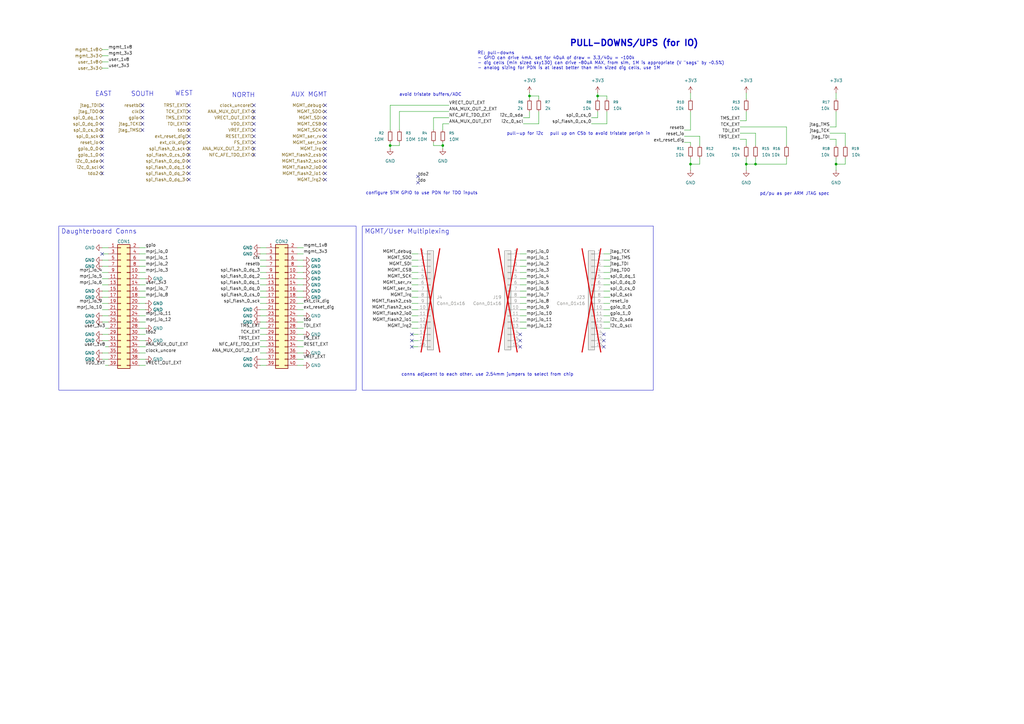
<source format=kicad_sch>
(kicad_sch (version 20250114) (generator "eeschema") (generator_version "9.0")
  (paper "A3")
  (lib_symbols
    (symbol "Connector_Generic:Conn_01x16" (pin_names (offset 1.016) (hide yes))
      (property "Reference" "J" (at 0 20.32 0))
      (property "Value" "Conn_01x16" (at 0 -22.86 0))
      (symbol "Conn_01x16_1_1"
        (rectangle (start -1.27 19.05) (end 1.27 -21.59) (stroke (width 0.254)) (fill (type background)))
        (rectangle (start -1.27 17.907) (end 0 17.653) (stroke (width 0.1524)))
        (rectangle (start -1.27 15.367) (end 0 15.113) (stroke (width 0.1524)))
        (rectangle (start -1.27 12.827) (end 0 12.573) (stroke (width 0.1524)))
        (rectangle (start -1.27 10.287) (end 0 10.033) (stroke (width 0.1524)))
        (rectangle (start -1.27 7.747) (end 0 7.493) (stroke (width 0.1524)))
        (rectangle (start -1.27 5.207) (end 0 4.953) (stroke (width 0.1524)))
        (rectangle (start -1.27 2.667) (end 0 2.413) (stroke (width 0.1524)))
        (rectangle (start -1.27 0.127) (end 0 -0.127) (stroke (width 0.1524)))
        (rectangle (start -1.27 -2.413) (end 0 -2.667) (stroke (width 0.1524)))
        (rectangle (start -1.27 -4.953) (end 0 -5.207) (stroke (width 0.1524)))
        (rectangle (start -1.27 -7.493) (end 0 -7.747) (stroke (width 0.1524)))
        (rectangle (start -1.27 -10.033) (end 0 -10.287) (stroke (width 0.1524)))
        (rectangle (start -1.27 -12.573) (end 0 -12.827) (stroke (width 0.1524)))
        (rectangle (start -1.27 -15.113) (end 0 -15.367) (stroke (width 0.1524)))
        (rectangle (start -1.27 -17.653) (end 0 -17.907) (stroke (width 0.1524)))
        (rectangle (start -1.27 -20.193) (end 0 -20.447) (stroke (width 0.1524)))
        (pin passive line (at -5.08 17.78 0) (length 3.81) (name "Pin_1") (number "1"))
        (pin passive line (at -5.08 15.24 0) (length 3.81) (name "Pin_2") (number "2"))
        (pin passive line (at -5.08 12.7 0) (length 3.81) (name "Pin_3") (number "3"))
        (pin passive line (at -5.08 10.16 0) (length 3.81) (name "Pin_4") (number "4"))
        (pin passive line (at -5.08 7.62 0) (length 3.81) (name "Pin_5") (number "5"))
        (pin passive line (at -5.08 5.08 0) (length 3.81) (name "Pin_6") (number "6"))
        (pin passive line (at -5.08 2.54 0) (length 3.81) (name "Pin_7") (number "7"))
        (pin passive line (at -5.08 0 0) (length 3.81) (name "Pin_8") (number "8"))
        (pin passive line (at -5.08 -2.54 0) (length 3.81) (name "Pin_9") (number "9"))
        (pin passive line (at -5.08 -5.08 0) (length 3.81) (name "Pin_10") (number "10"))
        (pin passive line (at -5.08 -7.62 0) (length 3.81) (name "Pin_11") (number "11"))
        (pin passive line (at -5.08 -10.16 0) (length 3.81) (name "Pin_12") (number "12"))
        (pin passive line (at -5.08 -12.7 0) (length 3.81) (name "Pin_13") (number "13"))
        (pin passive line (at -5.08 -15.24 0) (length 3.81) (name "Pin_14") (number "14"))
        (pin passive line (at -5.08 -17.78 0) (length 3.81) (name "Pin_15") (number "15"))
        (pin passive line (at -5.08 -20.32 0) (length 3.81) (name "Pin_16") (number "16"))
      )
    )
    (symbol "Connector_Generic:Conn_02x20_Odd_Even" (pin_names (offset 1.016) (hide yes))
      (property "Reference" "J" (at 1.27 25.4 0))
      (property "Value" "Conn_02x20_Odd_Even" (at 1.27 -27.94 0))
      (symbol "Conn_02x20_Odd_Even_1_1"
        (rectangle (start -1.27 24.13) (end 3.81 -26.67) (stroke (width 0.254)) (fill (type background)))
        (rectangle (start -1.27 22.987) (end 0 22.733) (stroke (width 0.1524)))
        (rectangle (start -1.27 20.447) (end 0 20.193) (stroke (width 0.1524)))
        (rectangle (start -1.27 17.907) (end 0 17.653) (stroke (width 0.1524)))
        (rectangle (start -1.27 15.367) (end 0 15.113) (stroke (width 0.1524)))
        (rectangle (start -1.27 12.827) (end 0 12.573) (stroke (width 0.1524)))
        (rectangle (start -1.27 10.287) (end 0 10.033) (stroke (width 0.1524)))
        (rectangle (start -1.27 7.747) (end 0 7.493) (stroke (width 0.1524)))
        (rectangle (start -1.27 5.207) (end 0 4.953) (stroke (width 0.1524)))
        (rectangle (start -1.27 2.667) (end 0 2.413) (stroke (width 0.1524)))
        (rectangle (start -1.27 0.127) (end 0 -0.127) (stroke (width 0.1524)))
        (rectangle (start -1.27 -2.413) (end 0 -2.667) (stroke (width 0.1524)))
        (rectangle (start -1.27 -4.953) (end 0 -5.207) (stroke (width 0.1524)))
        (rectangle (start -1.27 -7.493) (end 0 -7.747) (stroke (width 0.1524)))
        (rectangle (start -1.27 -10.033) (end 0 -10.287) (stroke (width 0.1524)))
        (rectangle (start -1.27 -12.573) (end 0 -12.827) (stroke (width 0.1524)))
        (rectangle (start -1.27 -15.113) (end 0 -15.367) (stroke (width 0.1524)))
        (rectangle (start -1.27 -17.653) (end 0 -17.907) (stroke (width 0.1524)))
        (rectangle (start -1.27 -20.193) (end 0 -20.447) (stroke (width 0.1524)))
        (rectangle (start -1.27 -22.733) (end 0 -22.987) (stroke (width 0.1524)))
        (rectangle (start -1.27 -25.273) (end 0 -25.527) (stroke (width 0.1524)))
        (rectangle (start 3.81 22.987) (end 2.54 22.733) (stroke (width 0.1524)))
        (rectangle (start 3.81 20.447) (end 2.54 20.193) (stroke (width 0.1524)))
        (rectangle (start 3.81 17.907) (end 2.54 17.653) (stroke (width 0.1524)))
        (rectangle (start 3.81 15.367) (end 2.54 15.113) (stroke (width 0.1524)))
        (rectangle (start 3.81 12.827) (end 2.54 12.573) (stroke (width 0.1524)))
        (rectangle (start 3.81 10.287) (end 2.54 10.033) (stroke (width 0.1524)))
        (rectangle (start 3.81 7.747) (end 2.54 7.493) (stroke (width 0.1524)))
        (rectangle (start 3.81 5.207) (end 2.54 4.953) (stroke (width 0.1524)))
        (rectangle (start 3.81 2.667) (end 2.54 2.413) (stroke (width 0.1524)))
        (rectangle (start 3.81 0.127) (end 2.54 -0.127) (stroke (width 0.1524)))
        (rectangle (start 3.81 -2.413) (end 2.54 -2.667) (stroke (width 0.1524)))
        (rectangle (start 3.81 -4.953) (end 2.54 -5.207) (stroke (width 0.1524)))
        (rectangle (start 3.81 -7.493) (end 2.54 -7.747) (stroke (width 0.1524)))
        (rectangle (start 3.81 -10.033) (end 2.54 -10.287) (stroke (width 0.1524)))
        (rectangle (start 3.81 -12.573) (end 2.54 -12.827) (stroke (width 0.1524)))
        (rectangle (start 3.81 -15.113) (end 2.54 -15.367) (stroke (width 0.1524)))
        (rectangle (start 3.81 -17.653) (end 2.54 -17.907) (stroke (width 0.1524)))
        (rectangle (start 3.81 -20.193) (end 2.54 -20.447) (stroke (width 0.1524)))
        (rectangle (start 3.81 -22.733) (end 2.54 -22.987) (stroke (width 0.1524)))
        (rectangle (start 3.81 -25.273) (end 2.54 -25.527) (stroke (width 0.1524)))
        (pin passive line (at -5.08 22.86 0) (length 3.81) (name "Pin_1") (number "1"))
        (pin passive line (at -5.08 20.32 0) (length 3.81) (name "Pin_3") (number "3"))
        (pin passive line (at -5.08 17.78 0) (length 3.81) (name "Pin_5") (number "5"))
        (pin passive line (at -5.08 15.24 0) (length 3.81) (name "Pin_7") (number "7"))
        (pin passive line (at -5.08 12.7 0) (length 3.81) (name "Pin_9") (number "9"))
        (pin passive line (at -5.08 10.16 0) (length 3.81) (name "Pin_11") (number "11"))
        (pin passive line (at -5.08 7.62 0) (length 3.81) (name "Pin_13") (number "13"))
        (pin passive line (at -5.08 5.08 0) (length 3.81) (name "Pin_15") (number "15"))
        (pin passive line (at -5.08 2.54 0) (length 3.81) (name "Pin_17") (number "17"))
        (pin passive line (at -5.08 0 0) (length 3.81) (name "Pin_19") (number "19"))
        (pin passive line (at -5.08 -2.54 0) (length 3.81) (name "Pin_21") (number "21"))
        (pin passive line (at -5.08 -5.08 0) (length 3.81) (name "Pin_23") (number "23"))
        (pin passive line (at -5.08 -7.62 0) (length 3.81) (name "Pin_25") (number "25"))
        (pin passive line (at -5.08 -10.16 0) (length 3.81) (name "Pin_27") (number "27"))
        (pin passive line (at -5.08 -12.7 0) (length 3.81) (name "Pin_29") (number "29"))
        (pin passive line (at -5.08 -15.24 0) (length 3.81) (name "Pin_31") (number "31"))
        (pin passive line (at -5.08 -17.78 0) (length 3.81) (name "Pin_33") (number "33"))
        (pin passive line (at -5.08 -20.32 0) (length 3.81) (name "Pin_35") (number "35"))
        (pin passive line (at -5.08 -22.86 0) (length 3.81) (name "Pin_37") (number "37"))
        (pin passive line (at -5.08 -25.4 0) (length 3.81) (name "Pin_39") (number "39"))
        (pin passive line (at 7.62 22.86 180) (length 3.81) (name "Pin_2") (number "2"))
        (pin passive line (at 7.62 20.32 180) (length 3.81) (name "Pin_4") (number "4"))
        (pin passive line (at 7.62 17.78 180) (length 3.81) (name "Pin_6") (number "6"))
        (pin passive line (at 7.62 15.24 180) (length 3.81) (name "Pin_8") (number "8"))
        (pin passive line (at 7.62 12.7 180) (length 3.81) (name "Pin_10") (number "10"))
        (pin passive line (at 7.62 10.16 180) (length 3.81) (name "Pin_12") (number "12"))
        (pin passive line (at 7.62 7.62 180) (length 3.81) (name "Pin_14") (number "14"))
        (pin passive line (at 7.62 5.08 180) (length 3.81) (name "Pin_16") (number "16"))
        (pin passive line (at 7.62 2.54 180) (length 3.81) (name "Pin_18") (number "18"))
        (pin passive line (at 7.62 0 180) (length 3.81) (name "Pin_20") (number "20"))
        (pin passive line (at 7.62 -2.54 180) (length 3.81) (name "Pin_22") (number "22"))
        (pin passive line (at 7.62 -5.08 180) (length 3.81) (name "Pin_24") (number "24"))
        (pin passive line (at 7.62 -7.62 180) (length 3.81) (name "Pin_26") (number "26"))
        (pin passive line (at 7.62 -10.16 180) (length 3.81) (name "Pin_28") (number "28"))
        (pin passive line (at 7.62 -12.7 180) (length 3.81) (name "Pin_30") (number "30"))
        (pin passive line (at 7.62 -15.24 180) (length 3.81) (name "Pin_32") (number "32"))
        (pin passive line (at 7.62 -17.78 180) (length 3.81) (name "Pin_34") (number "34"))
        (pin passive line (at 7.62 -20.32 180) (length 3.81) (name "Pin_36") (number "36"))
        (pin passive line (at 7.62 -22.86 180) (length 3.81) (name "Pin_38") (number "38"))
        (pin passive line (at 7.62 -25.4 180) (length 3.81) (name "Pin_40") (number "40"))
      )
    )
    (symbol "Device:R_Small" (pin_numbers (hide yes)) (pin_names (offset 0.254) (hide yes))
      (property "Reference" "R" (at 0 0 90))
      (property "Value" "R_Small" (at 1.778 0 90))
      (symbol "R_Small_0_1"
        (rectangle (start -0.762 1.778) (end 0.762 -1.778) (stroke (width 0.2032)))
      )
      (symbol "R_Small_1_1"
        (pin passive line (at 0 2.54 270) (length 0.762) (name "~") (number "1"))
        (pin passive line (at 0 -2.54 90) (length 0.762) (name "~") (number "2"))
      )
    )
    (symbol "power:+3V3" (power) (pin_numbers (hide yes)) (pin_names (offset 0) (hide yes))
      (property "Value" "+3V3" (at 0 3.556 0))
      (symbol "+3V3_0_1"
        (polyline (pts (xy -0.762 1.27) (xy 0 2.54)))
        (polyline (pts (xy 0 2.54) (xy 0.762 1.27)))
        (polyline (pts (xy 0 0) (xy 0 2.54)))
      )
      (symbol "+3V3_1_1"
        (pin power_in line (at 0 0 90) (length 0) (name "~") (number "1"))
      )
    )
    (symbol "power:GND" (power) (pin_numbers (hide yes)) (pin_names (offset 0) (hide yes))
      (property "Value" "GND" (at 0 -3.81 0))
      (symbol "GND_0_1"
        (polyline (pts (xy 0 0) (xy 0 -1.27) (xy 1.27 -1.27) (xy 0 -2.54) (xy -1.27 -1.27) (xy 0 -1.27)))
      )
      (symbol "GND_1_1"
        (pin power_in line (at 0 0 270) (length 0) (name "~") (number "1"))
      )
    )
  )
  (text "pull-up for i2c" (at 215.392 54.864 0) (effects (font (size 1.27 1.27))))
  (text "SOUTH" (at 58.42 38.608 0) (effects (font (size 1.905 1.905))))
  (text "avoid tristate buffers/ADC" (at 176.53 38.862 0) (effects (font (size 1.27 1.27))))
  (text "EAST" (at 42.418 38.608 0) (effects (font (size 1.905 1.905))))
  (text "pull up on CSb to avoid tristate periph in" (at 246.126 54.864 0) (effects (font (size 1.27 1.27))))
  (text "AUX MGMT" (at 126.746 38.862 0) (effects (font (size 1.905 1.905))))
  (text "pd/pu as per ARM JTAG spec" (at 325.882 79.502 0) (effects (font (size 1.27 1.27))))
  (text "WEST" (at 75.438 38.354 0) (effects (font (size 1.905 1.905))))
  (text "PULL-DOWNS/UPS (for IO)" (at 260.096 17.78 0) (effects (font (size 2.54 2.54) (thickness 0.508) (bold yes))))
  (text "conns adjacent to each other. use 2.54mm jumpers to select from chip" (at 199.898 153.67 0) (effects (font (size 1.27 1.27))))
  (text "configure STM GPIO to use PDN for TDO inputs" (at 172.974 79.248 0) (effects (font (size 1.27 1.27))))
  (text "NORTH" (at 99.822 39.116 0) (effects (font (size 1.905 1.905))))
  (text "RE: pull-downs\n- GPIO can drive 4mA. set for 40uA of draw = 3.3/40u = ~100k\n- dig cells (min sized sky130) can drive ~80uA MAX, from sim, 1M is appropriate (V \"sags\" by ~0.5%)\n- analog sizing for PDN is at least better than min sized dig cells, use 1M" (at 195.834 24.892 0) (effects (font (size 1.27 1.27)) (justify left)))
  (text_box "Daughterboard Conns" (at 24.13 92.71 0) (size 121.92 67.31) (margins 0.9525 0.9525 0.9525 0.9525) (effects (font (size 1.905 1.905)) (justify left top)))
  (text_box "MGMT/User Multiplexing" (at 148.59 92.71 0) (size 119.38 67.31) (margins 0.9525 0.9525 0.9525 0.9525) (effects (font (size 1.905 1.905)) (justify left top)))
  (junction (at 245.11 39.37))
  (junction (at 283.21 67.31))
  (junction (at 342.9 67.31))
  (junction (at 181.61 59.69))
  (junction (at 160.02 59.69))
  (junction (at 217.17 39.37))
  (junction (at 306.07 67.31))
  (junction (at 309.88 67.31))
  (no_connect (at 104.14 55.88))
  (no_connect (at 41.91 43.18))
  (no_connect (at 41.91 48.26))
  (no_connect (at 58.42 43.18))
  (no_connect (at 168.91 142.24))
  (no_connect (at 77.47 68.58))
  (no_connect (at 133.35 50.8))
  (no_connect (at 77.47 71.12))
  (no_connect (at 77.47 58.42))
  (no_connect (at 133.35 58.42))
  (no_connect (at 247.65 139.7))
  (no_connect (at 133.35 48.26))
  (no_connect (at 41.91 63.5))
  (no_connect (at 104.14 48.26))
  (no_connect (at 41.91 55.88))
  (no_connect (at 77.47 73.66))
  (no_connect (at 41.91 50.8))
  (no_connect (at 213.36 142.24))
  (no_connect (at 104.14 63.5))
  (no_connect (at 77.47 60.96))
  (no_connect (at 77.47 50.8))
  (no_connect (at 58.42 48.26))
  (no_connect (at 41.91 71.12))
  (no_connect (at 104.14 53.34))
  (no_connect (at 41.91 45.72))
  (no_connect (at 104.14 60.96))
  (no_connect (at 77.47 45.72))
  (no_connect (at 77.47 66.04))
  (no_connect (at 171.45 72.39))
  (no_connect (at 104.14 45.72))
  (no_connect (at 41.91 53.34))
  (no_connect (at 41.91 68.58))
  (no_connect (at 77.47 55.88))
  (no_connect (at 58.42 50.8))
  (no_connect (at 133.35 60.96))
  (no_connect (at 41.91 104.14))
  (no_connect (at 104.14 58.42))
  (no_connect (at 247.65 142.24))
  (no_connect (at 133.35 66.04))
  (no_connect (at 77.47 43.18))
  (no_connect (at 133.35 45.72))
  (no_connect (at 77.47 48.26))
  (no_connect (at 247.65 137.16))
  (no_connect (at 133.35 53.34))
  (no_connect (at 104.14 50.8))
  (no_connect (at 41.91 58.42))
  (no_connect (at 168.91 139.7))
  (no_connect (at 133.35 73.66))
  (no_connect (at 168.91 137.16))
  (no_connect (at 104.14 43.18))
  (no_connect (at 58.42 53.34))
  (no_connect (at 77.47 53.34))
  (no_connect (at 133.35 63.5))
  (no_connect (at 41.91 60.96))
  (no_connect (at 41.91 66.04))
  (no_connect (at 133.35 43.18))
  (no_connect (at 58.42 45.72))
  (no_connect (at 77.47 63.5))
  (no_connect (at 133.35 68.58))
  (no_connect (at 171.45 74.93))
  (no_connect (at 133.35 71.12))
  (no_connect (at 133.35 55.88))
  (no_connect (at 213.36 137.16))
  (no_connect (at 213.36 139.7))
  (wire (pts (xy 242.57 50.8) (xy 248.92 50.8)))
  (wire (pts (xy 280.67 58.42) (xy 283.21 58.42)))
  (wire (pts (xy 160.02 43.18) (xy 160.02 53.34)))
  (wire (pts (xy 303.53 49.53) (xy 306.07 49.53)))
  (wire (pts (xy 160.02 58.42) (xy 160.02 59.69)))
  (wire (pts (xy 303.53 52.07) (xy 322.58 52.07)))
  (wire (pts (xy 217.17 40.64) (xy 217.17 39.37)))
  (wire (pts (xy 106.68 114.3) (xy 109.22 114.3)))
  (wire (pts (xy 41.91 106.68) (xy 44.45 106.68)))
  (wire (pts (xy 57.15 144.78) (xy 59.69 144.78)))
  (wire (pts (xy 124.46 134.62) (xy 121.92 134.62)))
  (wire (pts (xy 287.02 59.69) (xy 287.02 55.88)))
  (wire (pts (xy 163.83 59.69) (xy 163.83 58.42)))
  (wire (pts (xy 163.83 53.34) (xy 163.83 45.72)))
  (wire (pts (xy 57.15 132.08) (xy 59.69 132.08)))
  (wire (pts (xy 106.68 119.38) (xy 109.22 119.38)))
  (wire (pts (xy 214.63 50.8) (xy 220.98 50.8)))
  (wire (pts (xy 171.45 106.68) (xy 168.91 106.68)))
  (wire (pts (xy 220.98 39.37) (xy 220.98 40.64)))
  (wire (pts (xy 245.11 40.64) (xy 245.11 39.37)))
  (wire (pts (xy 121.92 116.84) (xy 124.46 116.84)))
  (wire (pts (xy 184.15 43.18) (xy 160.02 43.18)))
  (wire (pts (xy 247.65 134.62) (xy 250.19 134.62)))
  (wire (pts (xy 41.91 139.7) (xy 44.45 139.7)))
  (wire (pts (xy 213.36 116.84) (xy 215.9 116.84)))
  (wire (pts (xy 342.9 59.69) (xy 342.9 57.15)))
  (wire (pts (xy 41.91 101.6) (xy 44.45 101.6)))
  (wire (pts (xy 121.92 106.68) (xy 124.46 106.68)))
  (wire (pts (xy 106.68 121.92) (xy 109.22 121.92)))
  (wire (pts (xy 121.92 124.46) (xy 124.46 124.46)))
  (wire (pts (xy 177.8 48.26) (xy 184.15 48.26)))
  (wire (pts (xy 213.36 134.62) (xy 215.9 134.62)))
  (wire (pts (xy 43.18 149.86) (xy 44.45 149.86)))
  (wire (pts (xy 342.9 67.31) (xy 346.71 67.31)))
  (wire (pts (xy 245.11 38.1) (xy 245.11 39.37)))
  (wire (pts (xy 41.91 132.08) (xy 44.45 132.08)))
  (wire (pts (xy 247.65 116.84) (xy 250.19 116.84)))
  (wire (pts (xy 213.36 111.76) (xy 215.9 111.76)))
  (wire (pts (xy 124.46 139.7) (xy 121.92 139.7)))
  (wire (pts (xy 57.15 149.86) (xy 59.69 149.86)))
  (wire (pts (xy 171.45 139.7) (xy 168.91 139.7)))
  (wire (pts (xy 309.88 67.31) (xy 322.58 67.31)))
  (wire (pts (xy 57.15 129.54) (xy 59.69 129.54)))
  (wire (pts (xy 124.46 132.08) (xy 121.92 132.08)))
  (wire (pts (xy 340.36 52.07) (xy 342.9 52.07)))
  (wire (pts (xy 41.91 137.16) (xy 44.45 137.16)))
  (wire (pts (xy 124.46 142.24) (xy 121.92 142.24)))
  (wire (pts (xy 171.45 127) (xy 168.91 127)))
  (wire (pts (xy 171.45 109.22) (xy 168.91 109.22)))
  (wire (pts (xy 213.36 132.08) (xy 215.9 132.08)))
  (wire (pts (xy 177.8 53.34) (xy 177.8 48.26)))
  (wire (pts (xy 181.61 59.69) (xy 181.61 60.96)))
  (wire (pts (xy 342.9 45.72) (xy 342.9 52.07)))
  (wire (pts (xy 283.21 58.42) (xy 283.21 59.69)))
  (wire (pts (xy 346.71 64.77) (xy 346.71 67.31)))
  (wire (pts (xy 121.92 137.16) (xy 124.46 137.16)))
  (wire (pts (xy 171.45 121.92) (xy 168.91 121.92)))
  (wire (pts (xy 57.15 119.38) (xy 59.69 119.38)))
  (wire (pts (xy 247.65 119.38) (xy 250.19 119.38)))
  (wire (pts (xy 106.68 124.46) (xy 109.22 124.46)))
  (wire (pts (xy 121.92 101.6) (xy 124.46 101.6)))
  (wire (pts (xy 106.68 106.68) (xy 109.22 106.68)))
  (wire (pts (xy 247.65 129.54) (xy 250.19 129.54)))
  (wire (pts (xy 283.21 53.34) (xy 280.67 53.34)))
  (wire (pts (xy 287.02 55.88) (xy 280.67 55.88)))
  (wire (pts (xy 124.46 147.32) (xy 121.92 147.32)))
  (wire (pts (xy 106.68 129.54) (xy 109.22 129.54)))
  (wire (pts (xy 283.21 64.77) (xy 283.21 67.31)))
  (wire (pts (xy 41.91 144.78) (xy 44.45 144.78)))
  (wire (pts (xy 41.91 114.3) (xy 44.45 114.3)))
  (wire (pts (xy 121.92 119.38) (xy 124.46 119.38)))
  (wire (pts (xy 248.92 50.8) (xy 248.92 45.72)))
  (wire (pts (xy 106.68 109.22) (xy 109.22 109.22)))
  (wire (pts (xy 41.91 129.54) (xy 44.45 129.54)))
  (wire (pts (xy 41.91 20.32) (xy 44.45 20.32)))
  (wire (pts (xy 41.91 147.32) (xy 44.45 147.32)))
  (wire (pts (xy 121.92 111.76) (xy 124.46 111.76)))
  (wire (pts (xy 160.02 59.69) (xy 163.83 59.69)))
  (wire (pts (xy 242.57 48.26) (xy 245.11 48.26)))
  (wire (pts (xy 121.92 104.14) (xy 124.46 104.14)))
  (wire (pts (xy 306.07 67.31) (xy 306.07 69.85)))
  (wire (pts (xy 322.58 52.07) (xy 322.58 59.69)))
  (wire (pts (xy 57.15 124.46) (xy 59.69 124.46)))
  (wire (pts (xy 177.8 59.69) (xy 177.8 58.42)))
  (wire (pts (xy 121.92 129.54) (xy 124.46 129.54)))
  (wire (pts (xy 171.45 129.54) (xy 168.91 129.54)))
  (wire (pts (xy 181.61 50.8) (xy 184.15 50.8)))
  (wire (pts (xy 213.36 121.92) (xy 215.9 121.92)))
  (wire (pts (xy 106.68 132.08) (xy 109.22 132.08)))
  (wire (pts (xy 342.9 67.31) (xy 342.9 69.85)))
  (wire (pts (xy 106.68 144.78) (xy 109.22 144.78)))
  (wire (pts (xy 106.68 101.6) (xy 109.22 101.6)))
  (wire (pts (xy 41.91 124.46) (xy 44.45 124.46)))
  (wire (pts (xy 181.61 53.34) (xy 181.61 50.8)))
  (wire (pts (xy 121.92 144.78) (xy 124.46 144.78)))
  (wire (pts (xy 171.45 111.76) (xy 168.91 111.76)))
  (wire (pts (xy 160.02 59.69) (xy 160.02 60.96)))
  (wire (pts (xy 247.65 114.3) (xy 250.19 114.3)))
  (wire (pts (xy 247.65 104.14) (xy 250.19 104.14)))
  (wire (pts (xy 57.15 101.6) (xy 59.69 101.6)))
  (wire (pts (xy 41.91 109.22) (xy 44.45 109.22)))
  (wire (pts (xy 41.91 121.92) (xy 44.45 121.92)))
  (wire (pts (xy 106.68 147.32) (xy 109.22 147.32)))
  (wire (pts (xy 106.68 116.84) (xy 109.22 116.84)))
  (wire (pts (xy 245.11 39.37) (xy 248.92 39.37)))
  (wire (pts (xy 214.63 48.26) (xy 217.17 48.26)))
  (wire (pts (xy 171.45 137.16) (xy 168.91 137.16)))
  (wire (pts (xy 57.15 116.84) (xy 59.69 116.84)))
  (wire (pts (xy 106.68 104.14) (xy 109.22 104.14)))
  (wire (pts (xy 283.21 45.72) (xy 283.21 53.34)))
  (wire (pts (xy 248.92 39.37) (xy 248.92 40.64)))
  (wire (pts (xy 41.91 111.76) (xy 44.45 111.76)))
  (wire (pts (xy 171.45 124.46) (xy 168.91 124.46)))
  (wire (pts (xy 217.17 48.26) (xy 217.17 45.72)))
  (wire (pts (xy 220.98 50.8) (xy 220.98 45.72)))
  (wire (pts (xy 121.92 127) (xy 124.46 127)))
  (wire (pts (xy 247.65 109.22) (xy 250.19 109.22)))
  (wire (pts (xy 106.68 137.16) (xy 109.22 137.16)))
  (wire (pts (xy 306.07 38.1) (xy 306.07 40.64)))
  (wire (pts (xy 121.92 109.22) (xy 124.46 109.22)))
  (wire (pts (xy 106.68 139.7) (xy 109.22 139.7)))
  (wire (pts (xy 306.07 57.15) (xy 303.53 57.15)))
  (wire (pts (xy 171.45 104.14) (xy 168.91 104.14)))
  (wire (pts (xy 213.36 127) (xy 215.9 127)))
  (wire (pts (xy 106.68 149.86) (xy 109.22 149.86)))
  (wire (pts (xy 287.02 67.31) (xy 283.21 67.31)))
  (wire (pts (xy 41.91 25.4) (xy 44.45 25.4)))
  (wire (pts (xy 106.68 142.24) (xy 109.22 142.24)))
  (wire (pts (xy 57.15 111.76) (xy 59.69 111.76)))
  (wire (pts (xy 57.15 114.3) (xy 59.69 114.3)))
  (wire (pts (xy 247.65 121.92) (xy 250.19 121.92)))
  (wire (pts (xy 287.02 64.77) (xy 287.02 67.31)))
  (wire (pts (xy 213.36 124.46) (xy 215.9 124.46)))
  (wire (pts (xy 342.9 57.15) (xy 340.36 57.15)))
  (wire (pts (xy 41.91 27.94) (xy 44.45 27.94)))
  (wire (pts (xy 57.15 134.62) (xy 59.69 134.62)))
  (wire (pts (xy 213.36 109.22) (xy 215.9 109.22)))
  (wire (pts (xy 41.91 22.86) (xy 44.45 22.86)))
  (wire (pts (xy 57.15 147.32) (xy 59.69 147.32)))
  (wire (pts (xy 171.45 114.3) (xy 168.91 114.3)))
  (wire (pts (xy 306.07 59.69) (xy 306.07 57.15)))
  (wire (pts (xy 247.65 124.46) (xy 250.19 124.46)))
  (wire (pts (xy 306.07 67.31) (xy 309.88 67.31)))
  (wire (pts (xy 57.15 109.22) (xy 59.69 109.22)))
  (wire (pts (xy 217.17 38.1) (xy 217.17 39.37)))
  (wire (pts (xy 306.07 64.77) (xy 306.07 67.31)))
  (wire (pts (xy 283.21 38.1) (xy 283.21 40.64)))
  (wire (pts (xy 171.45 116.84) (xy 168.91 116.84)))
  (wire (pts (xy 121.92 121.92) (xy 124.46 121.92)))
  (wire (pts (xy 121.92 149.86) (xy 124.46 149.86)))
  (wire (pts (xy 247.65 106.68) (xy 250.19 106.68)))
  (wire (pts (xy 213.36 119.38) (xy 215.9 119.38)))
  (wire (pts (xy 106.68 111.76) (xy 109.22 111.76)))
  (wire (pts (xy 309.88 54.61) (xy 303.53 54.61)))
  (wire (pts (xy 57.15 139.7) (xy 59.69 139.7)))
  (wire (pts (xy 247.65 111.76) (xy 250.19 111.76)))
  (wire (pts (xy 171.45 119.38) (xy 168.91 119.38)))
  (wire (pts (xy 106.68 127) (xy 109.22 127)))
  (wire (pts (xy 322.58 64.77) (xy 322.58 67.31)))
  (wire (pts (xy 163.83 45.72) (xy 184.15 45.72)))
  (wire (pts (xy 342.9 38.1) (xy 342.9 40.64)))
  (wire (pts (xy 171.45 134.62) (xy 168.91 134.62)))
  (wire (pts (xy 213.36 104.14) (xy 215.9 104.14)))
  (wire (pts (xy 41.91 127) (xy 44.45 127)))
  (wire (pts (xy 181.61 59.69) (xy 177.8 59.69)))
  (wire (pts (xy 247.65 132.08) (xy 250.19 132.08)))
  (wire (pts (xy 309.88 59.69) (xy 309.88 54.61)))
  (wire (pts (xy 283.21 67.31) (xy 283.21 69.85)))
  (wire (pts (xy 57.15 127) (xy 59.69 127)))
  (wire (pts (xy 57.15 142.24) (xy 59.69 142.24)))
  (wire (pts (xy 245.11 48.26) (xy 245.11 45.72)))
  (wire (pts (xy 340.36 54.61) (xy 346.71 54.61)))
  (wire (pts (xy 342.9 64.77) (xy 342.9 67.31)))
  (wire (pts (xy 43.18 142.24) (xy 44.45 142.24)))
  (wire (pts (xy 57.15 106.68) (xy 59.69 106.68)))
  (wire (pts (xy 121.92 114.3) (xy 124.46 114.3)))
  (wire (pts (xy 41.91 116.84) (xy 44.45 116.84)))
  (wire (pts (xy 106.68 134.62) (xy 109.22 134.62)))
  (wire (pts (xy 217.17 39.37) (xy 220.98 39.37)))
  (wire (pts (xy 41.91 104.14) (xy 44.45 104.14)))
  (wire (pts (xy 181.61 58.42) (xy 181.61 59.69)))
  (wire (pts (xy 213.36 114.3) (xy 215.9 114.3)))
  (wire (pts (xy 57.15 137.16) (xy 59.69 137.16)))
  (wire (pts (xy 346.71 54.61) (xy 346.71 59.69)))
  (wire (pts (xy 57.15 121.92) (xy 59.69 121.92)))
  (wire (pts (xy 171.45 142.24) (xy 168.91 142.24)))
  (wire (pts (xy 57.15 104.14) (xy 59.69 104.14)))
  (wire (pts (xy 213.36 129.54) (xy 215.9 129.54)))
  (wire (pts (xy 41.91 119.38) (xy 44.45 119.38)))
  (wire (pts (xy 171.45 132.08) (xy 168.91 132.08)))
  (wire (pts (xy 43.18 134.62) (xy 44.45 134.62)))
  (wire (pts (xy 247.65 127) (xy 250.19 127)))
  (wire (pts (xy 213.36 106.68) (xy 215.9 106.68)))
  (wire (pts (xy 309.88 64.77) (xy 309.88 67.31)))
  (wire (pts (xy 306.07 45.72) (xy 306.07 49.53)))
  (label "mgmt_3v3" (at 124.46 104.14 0))
  (label "i2c_0_scl" (at 214.63 50.8 180))
  (label "mprj_io_5" (at 41.91 114.3 180))
  (label "TRST_EXT" (at 303.53 57.15 180))
  (label "mprj_io_11" (at 59.69 129.54 0))
  (label "TDI_EXT" (at 303.53 54.61 180))
  (label "tdo" (at 171.45 74.93 0))
  (label "gpio_1_0" (at 250.19 129.54 0))
  (label "spi_0_cs_0" (at 242.57 48.26 180))
  (label "tdo2" (at 171.45 72.39 0))
  (label "spi_flash_0_dq_2" (at 106.68 114.3 180))
  (label "jtag_TDI" (at 340.36 57.15 180))
  (label "jtag_TMS" (at 340.36 52.07 180))
  (label "spi_flash_0_cs_0" (at 242.57 50.8 180))
  (label "mprj_io_8" (at 59.69 121.92 0))
  (label "spi_0_dq_1" (at 250.19 114.3 0))
  (label "mprj_io_4" (at 41.91 111.76 180))
  (label "resetb" (at 106.68 109.22 180))
  (label "MGMT_SDO" (at 168.91 106.68 180))
  (label "user_1v8" (at 43.18 142.24 180))
  (label "ext_clk_dig" (at 124.46 124.46 0))
  (label "gpio_0_0" (at 250.19 127 0))
  (label "RESET_EXT" (at 124.46 142.24 0))
  (label "resetb" (at 280.67 53.34 180))
  (label "mprj_io_6" (at 41.91 116.84 180))
  (label "mgmt_1v8" (at 124.46 101.6 0))
  (label "NFC_AFE_TDO_EXT" (at 184.15 48.26 0))
  (label "VRECT_OUT_EXT" (at 59.69 149.86 0))
  (label "mprj_io_0" (at 215.9 104.14 0))
  (label "ext_reset_dig" (at 124.46 127 0))
  (label "mprj_io_10" (at 41.91 127 180))
  (label "ext_reset_dig" (at 280.67 58.42 180))
  (label "MGMT_ser_tx" (at 168.91 119.38 180))
  (label "NFC_AFE_TDO_EXT" (at 106.68 142.24 180))
  (label "jtag_TMS" (at 250.19 106.68 0))
  (label "gpio" (at 59.69 101.6 0))
  (label "user_1v8" (at 44.45 25.4 0))
  (label "TCK_EXT" (at 303.53 52.07 180))
  (label "jtag_TCK" (at 250.19 104.14 0))
  (label "MGMT_irq" (at 168.91 121.92 180))
  (label "TRST_EXT" (at 106.68 139.7 180))
  (label "spi_flash_0_dq_0" (at 106.68 119.38 180))
  (label "ANA_MUX_OUT_EXT" (at 59.69 142.24 0))
  (label "VDD_EXT" (at 43.18 149.86 180))
  (label "reset_io" (at 280.67 55.88 180))
  (label "clk" (at 106.68 106.68 180))
  (label "jtag_TDO" (at 250.19 111.76 0))
  (label "VREF_EXT" (at 124.46 147.32 0))
  (label "TDI_EXT" (at 124.46 134.62 0))
  (label "jtag_TCK" (at 340.36 54.61 180))
  (label "FS_EXT" (at 124.46 139.7 0))
  (label "MGMT_flash2_csb" (at 168.91 124.46 180))
  (label "jtag_TDI" (at 250.19 109.22 0))
  (label "ANA_MUX_OUT_EXT" (at 184.15 50.8 0))
  (label "mgmt_1v8" (at 44.45 20.32 0))
  (label "tdo2" (at 59.69 137.16 0))
  (label "TCK_EXT" (at 106.68 137.16 180))
  (label "user_3v3" (at 43.18 134.62 180))
  (label "mprj_io_2" (at 59.69 109.22 0))
  (label "TMS_EXT" (at 303.53 49.53 180))
  (label "VRECT_OUT_EXT" (at 184.15 43.18 0))
  (label "mprj_io_11" (at 215.9 132.08 0))
  (label "mprj_io_9" (at 215.9 127 0))
  (label "mprj_io_6" (at 215.9 119.38 0))
  (label "mprj_io_7" (at 215.9 121.92 0))
  (label "mprj_io_8" (at 215.9 124.46 0))
  (label "mprj_io_2" (at 215.9 109.22 0))
  (label "mprj_io_1" (at 215.9 106.68 0))
  (label "mprj_io_10" (at 215.9 129.54 0))
  (label "mprj_io_5" (at 215.9 116.84 0))
  (label "mprj_io_3" (at 215.9 111.76 0))
  (label "mprj_io_4" (at 215.9 114.3 0))
  (label "mprj_io_12" (at 215.9 134.62 0))
  (label "spi_flash_0_sck" (at 106.68 124.46 180))
  (label "mprj_io_0" (at 59.69 104.14 0))
  (label "MGMT_CSB" (at 168.91 111.76 180))
  (label "ANA_MUX_OUT_2_EXT" (at 184.15 45.72 0))
  (label "MGMT_SDI" (at 168.91 109.22 180))
  (label "spi_0_cs_0" (at 250.19 119.38 0))
  (label "spi_0_sck" (at 250.19 121.92 0))
  (label "MGMT_ser_rx" (at 168.91 116.84 180))
  (label "mprj_io_7" (at 59.69 119.38 0))
  (label "i2c_0_sda" (at 214.63 48.26 180))
  (label "user_3v3" (at 59.69 116.84 0))
  (label "MGMT_flash2_io1" (at 168.91 132.08 180))
  (label "user_3v3" (at 44.45 27.94 0))
  (label "MGMT_flash2_io0" (at 168.91 129.54 180))
  (label "spi_0_dq_0" (at 250.19 116.84 0))
  (label "ANA_MUX_OUT_2_EXT" (at 106.68 144.78 180))
  (label "mprj_io_9" (at 41.91 124.46 180))
  (label "spi_flash_0_cs_0" (at 106.68 121.92 180))
  (label "MGMT_debug" (at 168.91 104.14 180))
  (label "i2c_0_sda" (at 250.19 132.08 0))
  (label "MGMT_irq2" (at 168.91 134.62 180))
  (label "reset_io" (at 250.19 124.46 0))
  (label "tdo" (at 124.46 132.08 0))
  (label "TMS_EXT" (at 106.68 134.62 180))
  (label "mprj_io_3" (at 59.69 111.76 0))
  (label "i2c_0_scl" (at 250.19 134.62 0))
  (label "mprj_io_12" (at 59.69 132.08 0))
  (label "clock_uncore" (at 59.69 144.78 0))
  (label "mgmt_3v3" (at 44.45 22.86 0))
  (label "MGMT_SCK" (at 168.91 114.3 180))
  (label "spi_flash_0_dq_1" (at 106.68 116.84 180))
  (label "spi_flash_0_dq_3" (at 106.68 111.76 180))
  (label "mprj_io_1" (at 59.69 106.68 0))
  (label "MGMT_flash2_sck" (at 168.91 127 180))
  (hierarchical_label "spi_0_sck" (shape output) (at 41.91 55.88 180))
  (hierarchical_label "reset_io" (shape bidirectional) (at 41.91 58.42 180))
  (hierarchical_label "gpio_0_0" (shape bidirectional) (at 41.91 60.96 180))
  (hierarchical_label "i2c_0_sda" (shape bidirectional) (at 41.91 66.04 180))
  (hierarchical_label "gpio_1_0" (shape bidirectional) (at 41.91 63.5 180))
  (hierarchical_label "i2c_0_scl" (shape bidirectional) (at 41.91 68.58 180))
  (hierarchical_label "spi_0_dq_1" (shape bidirectional) (at 41.91 48.26 180))
  (hierarchical_label "spi_0_cs_0" (shape output) (at 41.91 53.34 180))
  (hierarchical_label "spi_0_dq_0" (shape bidirectional) (at 41.91 50.8 180))
  (hierarchical_label "tdo2" (shape output) (at 41.91 71.12 180))
  (hierarchical_label "jtag_TCK" (shape input) (at 58.42 50.8 180))
  (hierarchical_label "gpio" (shape bidirectional) (at 58.42 48.26 180))
  (hierarchical_label "jtag_TMS" (shape input) (at 58.42 53.34 180))
  (hierarchical_label "resetb" (shape input) (at 58.42 43.18 180))
  (hierarchical_label "clk" (shape input) (at 58.42 45.72 180))
  (hierarchical_label "TRST_EXT" (shape input) (at 77.47 43.18 180))
  (hierarchical_label "TCK_EXT" (shape input) (at 77.47 45.72 180))
  (hierarchical_label "spi_flash_0_dq_0" (shape bidirectional) (at 77.47 66.04 180))
  (hierarchical_label "spi_flash_0_dq_1" (shape bidirectional) (at 77.47 68.58 180))
  (hierarchical_label "spi_flash_0_dq_2" (shape bidirectional) (at 77.47 71.12 180))
  (hierarchical_label "spi_flash_0_dq_3" (shape bidirectional) (at 77.47 73.66 180))
  (hierarchical_label "spi_flash_0_cs_0" (shape output) (at 77.47 63.5 180))
  (hierarchical_label "spi_flash_0_sck" (shape output) (at 77.47 60.96 180))
  (hierarchical_label "ext_reset_dig" (shape input) (at 77.47 55.88 180))
  (hierarchical_label "ext_clk_dig" (shape input) (at 77.47 58.42 180))
  (hierarchical_label "tdo" (shape output) (at 77.47 53.34 180))
  (hierarchical_label "TDI_EXT" (shape input) (at 77.47 50.8 180))
  (hierarchical_label "TMS_EXT" (shape input) (at 77.47 48.26 180))
  (hierarchical_label "jtag_TDI" (shape input) (at 41.91 43.18 180))
  (hierarchical_label "jtag_TDO" (shape output) (at 41.91 45.72 180))
  (hierarchical_label "clock_uncore" (shape input) (at 104.14 43.18 180))
  (hierarchical_label "VRECT_OUT_EXT" (shape output) (at 104.14 48.26 180))
  (hierarchical_label "ANA_MUX_OUT_EXT" (shape output) (at 104.14 45.72 180))
  (hierarchical_label "VDD_EXT" (shape input) (at 104.14 50.8 180))
  (hierarchical_label "VREF_EXT" (shape input) (at 104.14 53.34 180))
  (hierarchical_label "RESET_EXT" (shape input) (at 104.14 55.88 180))
  (hierarchical_label "FS_EXT" (shape input) (at 104.14 58.42 180))
  (hierarchical_label "ANA_MUX_OUT_2_EXT" (shape output) (at 104.14 60.96 180))
  (hierarchical_label "NFC_AFE_TDO_EXT" (shape output) (at 104.14 63.5 180))
  (hierarchical_label "MGMT_flash2_io0" (shape bidirectional) (at 133.35 68.58 180))
  (hierarchical_label "MGMT_flash2_csb" (shape bidirectional) (at 133.35 63.5 180))
  (hierarchical_label "MGMT_flash2_sck" (shape bidirectional) (at 133.35 66.04 180))
  (hierarchical_label "MGMT_irq2" (shape bidirectional) (at 133.35 73.66 180))
  (hierarchical_label "MGMT_flash2_io1" (shape bidirectional) (at 133.35 71.12 180))
  (hierarchical_label "MGMT_irq" (shape bidirectional) (at 133.35 60.96 180))
  (hierarchical_label "MGMT_SDO" (shape bidirectional) (at 133.35 45.72 180))
  (hierarchical_label "MGMT_CSB" (shape bidirectional) (at 133.35 50.8 180))
  (hierarchical_label "MGMT_SDI" (shape bidirectional) (at 133.35 48.26 180))
  (hierarchical_label "MGMT_debug" (shape bidirectional) (at 133.35 43.18 180))
  (hierarchical_label "MGMT_ser_rx" (shape bidirectional) (at 133.35 55.88 180))
  (hierarchical_label "MGMT_SCK" (shape bidirectional) (at 133.35 53.34 180))
  (hierarchical_label "MGMT_ser_tx" (shape bidirectional) (at 133.35 58.42 180))
  (hierarchical_label "user_3v3" (shape bidirectional) (at 41.91 27.94 180))
  (hierarchical_label "user_1v8" (shape bidirectional) (at 41.91 25.4 180))
  (hierarchical_label "mgmt_1v8" (shape bidirectional) (at 41.91 20.32 180))
  (hierarchical_label "mgmt_3v3" (shape bidirectional) (at 41.91 22.86 180))
  (symbol (lib_id "Device:R_Small") (at 346.71 62.23 0) (unit 1)
    (property "Reference" "R19" (at 349.25 60.9599 0) (effects (font (size 1.016 1.016)) (justify left)))
    (property "Value" "10k" (at 349.25 63.4999 0) (effects (justify left)))
    (property "Footprint" "Resistor_SMD:R_0603_1608Metric" (effects (hide yes)))
    (property "Description" "Resistor, small symbol" (effects (hide yes)))
    (property "LCSC" "C25804" (effects (hide yes)))
  )
  (symbol (lib_id "Connector_Generic:Conn_01x16") (at 176.53 121.92 0) (unit 1) (dnp yes)
    (property "Reference" "J4" (at 179.07 121.9199 0) (effects (justify left)))
    (property "Value" "Conn_01x16" (at 179.07 124.4599 0) (effects (justify left)))
    (property "Footprint" "Connector_PinHeader_2.54mm:PinHeader_1x16_P2.54mm_Vertical" (effects (hide yes)))
    (property "Description" "Generic connector, single row, 01x16, script generated (kicad-library-utils/schlib/autogen/connector/)" (effects (hide yes)))
  )
  (symbol (lib_id "power:GND") (at 41.91 119.38 270) (unit 1)
    (property "Reference" "#PWR012" (effects (hide yes)))
    (property "Value" "GND" (at 36.83 119.38 90))
  )
  (symbol (lib_id "power:GND") (at 59.69 134.62 90) (unit 1)
    (property "Reference" "#PWR023" (effects (hide yes)))
    (property "Value" "GND" (at 64.77 134.62 90))
  )
  (symbol (lib_id "Connector_Generic:Conn_01x16") (at 208.28 121.92 0) (mirror y) (unit 1) (dnp yes)
    (property "Reference" "J19" (at 205.74 121.9199 0) (effects (justify left)))
    (property "Value" "Conn_01x16" (at 205.74 124.4599 0) (effects (justify left)))
    (property "Footprint" "Connector_PinHeader_2.54mm:PinHeader_1x16_P2.54mm_Vertical" (effects (hide yes)))
    (property "Description" "Generic connector, single row, 01x16, script generated (kicad-library-utils/schlib/autogen/connector/)" (effects (hide yes)))
  )
  (symbol (lib_id "Device:R_Small") (at 306.07 62.23 0) (mirror y) (unit 1)
    (property "Reference" "R14" (at 303.53 60.9599 0) (effects (font (size 1.016 1.016)) (justify left)))
    (property "Value" "10k" (at 303.53 63.4999 0) (effects (justify left)))
    (property "Footprint" "Resistor_SMD:R_0603_1608Metric" (effects (hide yes)))
    (property "Description" "Resistor, small symbol" (effects (hide yes)))
    (property "LCSC" "C25804" (effects (hide yes)))
  )
  (symbol (lib_id "power:GND") (at 283.21 69.85 0) (unit 1)
    (property "Reference" "#PWR049" (effects (hide yes)))
    (property "Value" "GND" (at 283.21 74.93 0))
    (property "Description" "Power symbol creates a global label with name \"GND\" , ground" (effects (hide yes)))
  )
  (symbol (lib_id "power:GND") (at 59.69 114.3 90) (unit 1)
    (property "Reference" "#PWR020" (effects (hide yes)))
    (property "Value" "GND" (at 64.77 114.3 90))
  )
  (symbol (lib_id "power:GND") (at 59.69 139.7 90) (unit 1)
    (property "Reference" "#PWR024" (effects (hide yes)))
    (property "Value" "GND" (at 64.77 139.7 90))
  )
  (symbol (lib_id "power:GND") (at 160.02 60.96 0) (mirror y) (unit 1)
    (property "Reference" "#PWR044" (effects (hide yes)))
    (property "Value" "GND" (at 160.02 66.04 0))
    (property "Description" "Power symbol creates a global label with name \"GND\" , ground" (effects (hide yes)))
  )
  (symbol (lib_id "power:GND") (at 106.68 101.6 270) (unit 1)
    (property "Reference" "#PWR026" (effects (hide yes)))
    (property "Value" "GND" (at 101.6 101.6 90))
  )
  (symbol (lib_id "power:GND") (at 124.46 129.54 90) (unit 1)
    (property "Reference" "#PWR040" (effects (hide yes)))
    (property "Value" "GND" (at 129.54 129.54 90))
  )
  (symbol (lib_id "power:GND") (at 41.91 144.78 270) (unit 1)
    (property "Reference" "#PWR018" (effects (hide yes)))
    (property "Value" "GND" (at 36.83 144.78 90))
  )
  (symbol (lib_id "Device:R_Small") (at 287.02 62.23 0) (unit 1)
    (property "Reference" "R12" (at 289.56 60.9599 0) (effects (font (size 1.016 1.016)) (justify left)))
    (property "Value" "10k" (at 289.56 63.4999 0) (effects (justify left)))
    (property "Footprint" "Resistor_SMD:R_0603_1608Metric" (effects (hide yes)))
    (property "Description" "Resistor, small symbol" (effects (hide yes)))
    (property "LCSC" "C25804" (effects (hide yes)))
  )
  (symbol (lib_id "Connector_Generic:Conn_02x20_Odd_Even") (at 49.53 124.46 0) (unit 1)
    (property "Reference" "CON1" (at 50.8 99.06 0))
    (property "MPN" "NPTC202KFMS-RC" (effects (hide yes)))
    (property "MPN_ALT" "FH-00148" (effects (hide yes)))
    (property "Characteristics" "2x20 100 mil Receptacle SMT" (effects (hide yes)))
    (property "DigikeyPN" "S5690-ND" (effects (hide yes)))
    (property "LCSC" "C2685092" (effects (hide yes)))
  )
  (symbol (lib_id "power:GND") (at 124.46 137.16 90) (unit 1)
    (property "Reference" "#PWR041" (effects (hide yes)))
    (property "Value" "GND" (at 129.54 137.16 90))
  )
  (symbol (lib_id "Device:R_Small") (at 283.21 43.18 0) (mirror y) (unit 1)
    (property "Reference" "R10" (at 280.67 41.9099 0) (effects (font (size 1.016 1.016)) (justify left)))
    (property "Value" "10k" (at 280.67 44.4499 0) (effects (justify left)))
    (property "Footprint" "Resistor_SMD:R_0603_1608Metric" (effects (hide yes)))
    (property "Description" "Resistor, small symbol" (effects (hide yes)))
    (property "LCSC" "C25804" (effects (hide yes)))
  )
  (symbol (lib_id "power:GND") (at 124.46 114.3 90) (unit 1)
    (property "Reference" "#PWR036" (effects (hide yes)))
    (property "Value" "GND" (at 129.54 114.3 90))
  )
  (symbol (lib_id "power:GND") (at 106.68 149.86 270) (unit 1)
    (property "Reference" "#PWR032" (effects (hide yes)))
    (property "Value" "GND" (at 101.6 149.86 90))
  )
  (symbol (lib_id "power:GND") (at 41.91 132.08 270) (unit 1)
    (property "Reference" "#PWR015" (effects (hide yes)))
    (property "Value" "GND" (at 36.83 132.08 90))
  )
  (symbol (lib_id "power:GND") (at 106.68 129.54 270) (unit 1)
    (property "Reference" "#PWR029" (effects (hide yes)))
    (property "Value" "GND" (at 101.6 129.54 90))
  )
  (symbol (lib_id "Device:R_Small") (at 220.98 43.18 0) (unit 1)
    (property "Reference" "R7" (at 223.52 41.9099 0) (effects (font (size 1.016 1.016)) (justify left)))
    (property "Value" "2k" (at 223.52 44.4499 0) (effects (justify left)))
    (property "Footprint" "Resistor_SMD:R_0603_1608Metric" (effects (hide yes)))
    (property "Description" "Resistor, small symbol" (effects (hide yes)))
    (property "LCSC" "C22975" (effects (hide yes)))
  )
  (symbol (lib_id "power:GND") (at 306.07 69.85 0) (unit 1)
    (property "Reference" "#PWR051" (effects (hide yes)))
    (property "Value" "GND" (at 306.07 74.93 0))
    (property "Description" "Power symbol creates a global label with name \"GND\" , ground" (effects (hide yes)))
  )
  (symbol (lib_id "Device:R_Small") (at 177.8 55.88 0) (unit 1)
    (property "Reference" "R4" (at 175.26 54.6099 0) (effects (font (size 1.016 1.016)) (justify right)))
    (property "Value" "10M" (at 175.26 57.1499 0) (effects (justify right)))
    (property "Footprint" "Resistor_SMD:R_0603_1608Metric" (effects (hide yes)))
    (property "Description" "Resistor, small symbol" (effects (hide yes)))
    (property "LCSC" "C7250" (effects (hide yes)))
  )
  (symbol (lib_id "power:GND") (at 124.46 109.22 90) (unit 1)
    (property "Reference" "#PWR034" (effects (hide yes)))
    (property "Value" "GND" (at 129.54 109.22 90))
  )
  (symbol (lib_id "Device:R_Small") (at 217.17 43.18 0) (unit 1)
    (property "Reference" "R6" (at 214.63 41.9099 0) (effects (font (size 1.016 1.016)) (justify right)))
    (property "Value" "2k" (at 214.63 44.4499 0) (effects (justify right)))
    (property "Footprint" "Resistor_SMD:R_0603_1608Metric" (effects (hide yes)))
    (property "Description" "Resistor, small symbol" (effects (hide yes)))
    (property "LCSC" "C22975" (effects (hide yes)))
  )
  (symbol (lib_id "power:GND") (at 41.91 139.7 270) (unit 1)
    (property "Reference" "#PWR017" (effects (hide yes)))
    (property "Value" "GND" (at 36.83 139.7 90))
  )
  (symbol (lib_id "Device:R_Small") (at 163.83 55.88 0) (mirror y) (unit 1)
    (property "Reference" "R3" (at 166.37 54.6099 0) (effects (font (size 1.016 1.016)) (justify right)))
    (property "Value" "10M" (at 166.37 57.1499 0) (effects (justify right)))
    (property "Footprint" "Resistor_SMD:R_0603_1608Metric" (effects (hide yes)))
    (property "Description" "Resistor, small symbol" (effects (hide yes)))
    (property "LCSC" "C7250" (effects (hide yes)))
  )
  (symbol (lib_id "power:GND") (at 124.46 111.76 90) (unit 1)
    (property "Reference" "#PWR035" (effects (hide yes)))
    (property "Value" "GND" (at 129.54 111.76 90))
  )
  (symbol (lib_id "Device:R_Small") (at 248.92 43.18 0) (unit 1)
    (property "Reference" "R9" (at 251.46 41.9099 0) (effects (font (size 1.016 1.016)) (justify left)))
    (property "Value" "10k" (at 251.46 44.4499 0) (effects (justify left)))
    (property "Footprint" "Resistor_SMD:R_0603_1608Metric" (effects (hide yes)))
    (property "Description" "Resistor, small symbol" (effects (hide yes)))
    (property "LCSC" "C25804" (effects (hide yes)))
  )
  (symbol (lib_id "power:GND") (at 124.46 149.86 90) (unit 1)
    (property "Reference" "#PWR043" (effects (hide yes)))
    (property "Value" "GND" (at 129.54 149.86 90))
  )
  (symbol (lib_id "power:GND") (at 59.69 127 90) (mirror x) (unit 1)
    (property "Reference" "#PWR022" (effects (hide yes)))
    (property "Value" "GND" (at 64.77 127 90))
  )
  (symbol (lib_id "power:GND") (at 106.68 132.08 270) (unit 1)
    (property "Reference" "#PWR030" (effects (hide yes)))
    (property "Value" "GND" (at 101.6 132.08 90))
  )
  (symbol (lib_id "power:+3V3") (at 283.21 38.1 0) (unit 1)
    (property "Reference" "#PWR048" (effects (hide yes)))
    (property "Value" "+3V3" (at 283.21 33.02 0))
    (property "Description" "Power symbol creates a global label with name \"+3V3\"" (effects (hide yes)))
  )
  (symbol (lib_id "power:GND") (at 124.46 106.68 90) (unit 1)
    (property "Reference" "#PWR033" (effects (hide yes)))
    (property "Value" "GND" (at 129.54 106.68 90))
  )
  (symbol (lib_id "power:GND") (at 106.68 127 270) (unit 1)
    (property "Reference" "#PWR028" (effects (hide yes)))
    (property "Value" "GND" (at 101.6 127 90))
  )
  (symbol (lib_id "power:GND") (at 342.9 69.85 0) (unit 1)
    (property "Reference" "#PWR053" (effects (hide yes)))
    (property "Value" "GND" (at 342.9 74.93 0))
    (property "Description" "Power symbol creates a global label with name \"GND\" , ground" (effects (hide yes)))
  )
  (symbol (lib_id "power:GND") (at 124.46 144.78 90) (unit 1)
    (property "Reference" "#PWR042" (effects (hide yes)))
    (property "Value" "GND" (at 129.54 144.78 90))
  )
  (symbol (lib_id "Device:R_Small") (at 181.61 55.88 0) (mirror y) (unit 1)
    (property "Reference" "R5" (at 184.15 54.6099 0) (effects (font (size 1.016 1.016)) (justify right)))
    (property "Value" "10M" (at 184.15 57.1499 0) (effects (justify right)))
    (property "Footprint" "Resistor_SMD:R_0603_1608Metric" (effects (hide yes)))
    (property "Description" "Resistor, small symbol" (effects (hide yes)))
    (property "LCSC" "C7250" (effects (hide yes)))
  )
  (symbol (lib_id "power:GND") (at 41.91 129.54 270) (unit 1)
    (property "Reference" "#PWR014" (effects (hide yes)))
    (property "Value" "GND" (at 36.83 129.54 90))
  )
  (symbol (lib_id "Device:R_Small") (at 342.9 43.18 0) (mirror y) (unit 1)
    (property "Reference" "R17" (at 340.36 41.9099 0) (effects (font (size 1.016 1.016)) (justify left)))
    (property "Value" "10k" (at 340.36 44.4499 0) (effects (justify left)))
    (property "Footprint" "Resistor_SMD:R_0603_1608Metric" (effects (hide yes)))
    (property "Description" "Resistor, small symbol" (effects (hide yes)))
    (property "LCSC" "C25804" (effects (hide yes)))
  )
  (symbol (lib_id "power:GND") (at 124.46 119.38 90) (unit 1)
    (property "Reference" "#PWR038" (effects (hide yes)))
    (property "Value" "GND" (at 129.54 119.38 90))
  )
  (symbol (lib_id "Device:R_Small") (at 283.21 62.23 0) (mirror y) (unit 1)
    (property "Reference" "R11" (at 280.67 60.9599 0) (effects (font (size 1.016 1.016)) (justify left)))
    (property "Value" "10k" (at 280.67 63.4999 0) (effects (justify left)))
    (property "Footprint" "Resistor_SMD:R_0603_1608Metric" (effects (hide yes)))
    (property "Description" "Resistor, small symbol" (effects (hide yes)))
    (property "LCSC" "C25804" (effects (hide yes)))
  )
  (symbol (lib_id "Device:R_Small") (at 245.11 43.18 0) (mirror y) (unit 1)
    (property "Reference" "R8" (at 242.57 41.9099 0) (effects (font (size 1.016 1.016)) (justify left)))
    (property "Value" "10k" (at 242.57 44.4499 0) (effects (justify left)))
    (property "Footprint" "Resistor_SMD:R_0603_1608Metric" (effects (hide yes)))
    (property "Description" "Resistor, small symbol" (effects (hide yes)))
    (property "LCSC" "C25804" (effects (hide yes)))
  )
  (symbol (lib_id "power:GND") (at 41.91 101.6 270) (unit 1)
    (property "Reference" "#PWR09" (effects (hide yes)))
    (property "Value" "GND" (at 36.83 101.6 90))
  )
  (symbol (lib_id "power:GND") (at 124.46 121.92 90) (unit 1)
    (property "Reference" "#PWR039" (effects (hide yes)))
    (property "Value" "GND" (at 129.54 121.92 90))
  )
  (symbol (lib_id "power:+3V3") (at 306.07 38.1 0) (unit 1)
    (property "Reference" "#PWR050" (effects (hide yes)))
    (property "Value" "+3V3" (at 306.07 33.02 0))
    (property "Description" "Power symbol creates a global label with name \"+3V3\"" (effects (hide yes)))
  )
  (symbol (lib_id "power:GND") (at 106.68 104.14 270) (unit 1)
    (property "Reference" "#PWR027" (effects (hide yes)))
    (property "Value" "GND" (at 101.6 104.14 90))
  )
  (symbol (lib_id "power:GND") (at 106.68 147.32 270) (unit 1)
    (property "Reference" "#PWR031" (effects (hide yes)))
    (property "Value" "GND" (at 101.6 147.32 90))
  )
  (symbol (lib_id "power:GND") (at 124.46 116.84 90) (unit 1)
    (property "Reference" "#PWR037" (effects (hide yes)))
    (property "Value" "GND" (at 129.54 116.84 90))
  )
  (symbol (lib_id "Device:R_Small") (at 322.58 62.23 0) (mirror y) (unit 1)
    (property "Reference" "R16" (at 320.04 60.9599 0) (effects (font (size 1.016 1.016)) (justify left)))
    (property "Value" "10k" (at 320.04 63.4999 0) (effects (justify left)))
    (property "Footprint" "Resistor_SMD:R_0603_1608Metric" (effects (hide yes)))
    (property "Description" "Resistor, small symbol" (effects (hide yes)))
    (property "LCSC" "C25804" (effects (hide yes)))
  )
  (symbol (lib_id "Connector_Generic:Conn_01x16") (at 242.57 121.92 0) (mirror y) (unit 1) (dnp yes)
    (property "Reference" "J23" (at 240.03 121.9199 0) (effects (justify left)))
    (property "Value" "Conn_01x16" (at 240.03 124.4599 0) (effects (justify left)))
    (property "Footprint" "Connector_PinHeader_2.54mm:PinHeader_1x16_P2.54mm_Vertical" (effects (hide yes)))
    (property "Description" "Generic connector, single row, 01x16, script generated (kicad-library-utils/schlib/autogen/connector/)" (effects (hide yes)))
  )
  (symbol (lib_id "power:+3V3") (at 217.17 38.1 0) (mirror y) (unit 1)
    (property "Reference" "#PWR046" (effects (hide yes)))
    (property "Value" "+3V3" (at 217.17 33.02 0))
    (property "Description" "Power symbol creates a global label with name \"+3V3\"" (effects (hide yes)))
  )
  (symbol (lib_id "power:GND") (at 41.91 147.32 270) (unit 1)
    (property "Reference" "#PWR019" (effects (hide yes)))
    (property "Value" "GND" (at 36.83 147.32 90))
  )
  (symbol (lib_id "Device:R_Small") (at 309.88 62.23 0) (unit 1)
    (property "Reference" "R15" (at 312.42 60.9599 0) (effects (font (size 1.016 1.016)) (justify left)))
    (property "Value" "10k" (at 312.42 63.4999 0) (effects (justify left)))
    (property "Footprint" "Resistor_SMD:R_0603_1608Metric" (effects (hide yes)))
    (property "Description" "Resistor, small symbol" (effects (hide yes)))
    (property "LCSC" "C25804" (effects (hide yes)))
  )
  (symbol (lib_id "power:+3V3") (at 245.11 38.1 0) (mirror y) (unit 1)
    (property "Reference" "#PWR047" (effects (hide yes)))
    (property "Value" "+3V3" (at 245.11 33.02 0))
    (property "Description" "Power symbol creates a global label with name \"+3V3\"" (effects (hide yes)))
  )
  (symbol (lib_id "Device:R_Small") (at 306.07 43.18 0) (mirror y) (unit 1)
    (property "Reference" "R13" (at 303.53 41.9099 0) (effects (font (size 1.016 1.016)) (justify left)))
    (property "Value" "10k" (at 303.53 44.4499 0) (effects (justify left)))
    (property "Footprint" "Resistor_SMD:R_0603_1608Metric" (effects (hide yes)))
    (property "Description" "Resistor, small symbol" (effects (hide yes)))
    (property "LCSC" "C25804" (effects (hide yes)))
  )
  (symbol (lib_id "power:GND") (at 59.69 124.46 90) (mirror x) (unit 1)
    (property "Reference" "#PWR021" (effects (hide yes)))
    (property "Value" "GND" (at 64.77 124.46 90))
  )
  (symbol (lib_id "Connector_Generic:Conn_02x20_Odd_Even") (at 114.3 124.46 0) (unit 1)
    (property "Reference" "CON2" (at 115.57 99.06 0))
    (property "MPN" "NPTC202KFMS-RC" (effects (hide yes)))
    (property "MPN_ALT" "FH-00148" (effects (hide yes)))
    (property "Characteristics" "2x20 100 mil Receptacle SMT" (effects (hide yes)))
    (property "DigikeyPN" "S5690-ND" (effects (hide yes)))
    (property "LCSC" "C2685092" (effects (hide yes)))
  )
  (symbol (lib_id "Device:R_Small") (at 342.9 62.23 0) (mirror y) (unit 1)
    (property "Reference" "R18" (at 340.36 60.9599 0) (effects (font (size 1.016 1.016)) (justify left)))
    (property "Value" "10k" (at 340.36 63.4999 0) (effects (justify left)))
    (property "Footprint" "Resistor_SMD:R_0603_1608Metric" (effects (hide yes)))
    (property "Description" "Resistor, small symbol" (effects (hide yes)))
    (property "LCSC" "C25804" (effects (hide yes)))
  )
  (symbol (lib_id "power:GND") (at 59.69 147.32 90) (unit 1)
    (property "Reference" "#PWR025" (effects (hide yes)))
    (property "Value" "GND" (at 64.77 147.32 90))
  )
  (symbol (lib_id "Device:R_Small") (at 160.02 55.88 0) (unit 1)
    (property "Reference" "R2" (at 157.48 54.6099 0) (effects (font (size 1.016 1.016)) (justify right)))
    (property "Value" "10M" (at 157.48 57.1499 0) (effects (justify right)))
    (property "Footprint" "Resistor_SMD:R_0603_1608Metric" (effects (hide yes)))
    (property "Description" "Resistor, small symbol" (effects (hide yes)))
    (property "LCSC" "C7250" (effects (hide yes)))
  )
  (symbol (lib_id "power:GND") (at 181.61 60.96 0) (unit 1)
    (property "Reference" "#PWR045" (effects (hide yes)))
    (property "Value" "GND" (at 181.61 66.04 0))
    (property "Description" "Power symbol creates a global label with name \"GND\" , ground" (effects (hide yes)))
  )
  (symbol (lib_id "power:+3V3") (at 342.9 38.1 0) (unit 1)
    (property "Reference" "#PWR052" (effects (hide yes)))
    (property "Value" "+3V3" (at 342.9 33.02 0))
    (property "Description" "Power symbol creates a global label with name \"+3V3\"" (effects (hide yes)))
  )
  (symbol (lib_id "power:GND") (at 41.91 109.22 270) (unit 1)
    (property "Reference" "#PWR011" (effects (hide yes)))
    (property "Value" "GND" (at 36.83 109.22 90))
  )
  (symbol (lib_id "power:GND") (at 41.91 106.68 270) (unit 1)
    (property "Reference" "#PWR010" (effects (hide yes)))
    (property "Value" "GND" (at 36.83 106.68 90))
  )
  (symbol (lib_id "power:GND") (at 41.91 137.16 270) (unit 1)
    (property "Reference" "#PWR016" (effects (hide yes)))
    (property "Value" "GND" (at 36.83 137.16 90))
  )
  (symbol (lib_id "power:GND") (at 41.91 121.92 270) (unit 1)
    (property "Reference" "#PWR013" (effects (hide yes)))
    (property "Value" "GND" (at 36.83 121.92 90))
  )
)
</source>
